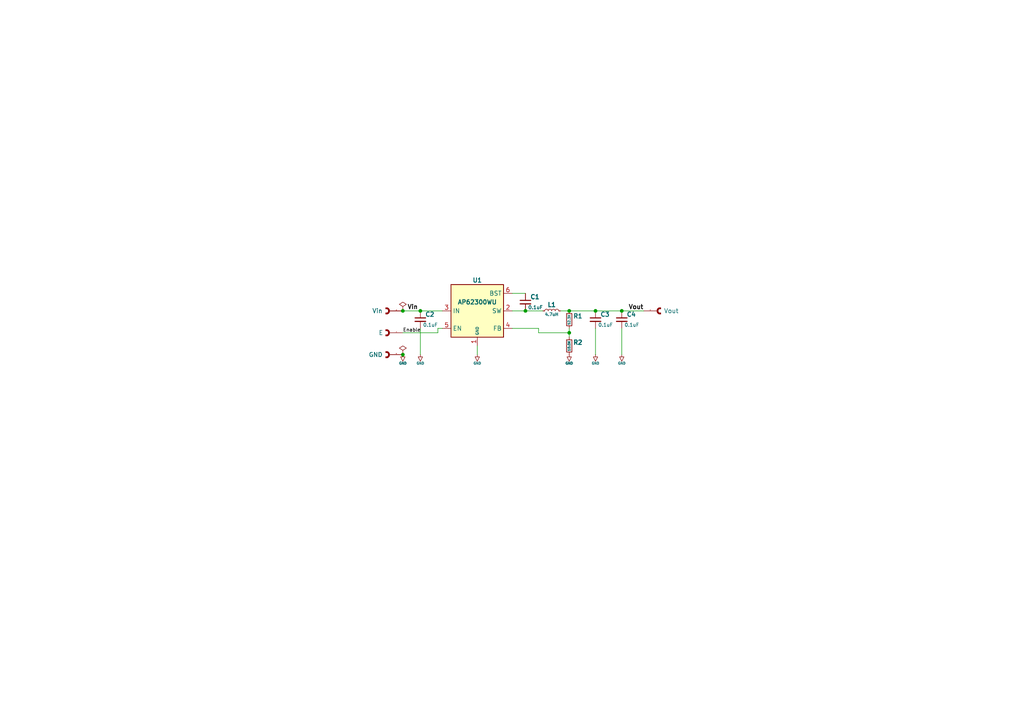
<source format=kicad_sch>
(kicad_sch (version 20250114) (generator "eeschema") (generator_version "9.0")
  (paper "A4")
  (title_block (title "#0131 DC-DC Converter, 3A") (date "2025-07-30") (rev "B") (company "Circuit Monkey") (comment 1 "KiCAD Version of Rev. A"))
  (lib_symbols
    (symbol "CM_Connector_Generic:cast-01" (in_bom no)
      (property "Reference" "CST" (at -5.08 0 0))
      (symbol "cast-01_1_1"
        (polyline (pts (xy -2.5 1) (xy -1.875 1) (xy -1.5 0.75) (xy -1.25 0.375) (xy -1.25 -0.375) (xy -1.5 -0.75) (xy -1.875 -1) (xy -2.5 -1) (xy -2.5 -0.5) (xy -2 -0.5) (xy -1.75 -0.25) (xy -1.75 0.25) (xy -2 0.5) (xy -2.5 0.5) (xy -2.5 1)) (stroke (width -0.0001) (color 194 0 0 1)) (fill (type color) (color 132 0 0 1)))
        (pin passive line (at 2.54 0 180) (length 3.81) (name "") (number "1"))
      )
    )
    (symbol "CM_power:GND" (power) (pin_numbers (hide yes)) (pin_names (offset 0) (hide yes))
      (property "Value" "GND" (at 0 -2.1 0))
      (symbol "GND_0_1"
        (polyline (pts (xy 0 0) (xy 0 -0.635) (xy 0.635 -0.635) (xy 0 -1.905) (xy -0.635 -0.635) (xy 0 -0.635)))
      )
      (symbol "GND_1_1"
        (pin power_in line (at 0 0 270) (length 0) (name "~") (number "1"))
      )
    )
    (symbol "CM_regulator_switching:AP62300WU"
      (property "Reference" "U" (at 0 11.43 0))
      (property "Value" "AP62300WU" (at 0 5.08 0))
      (symbol "AP62300WU_0_1"
        (rectangle (start -7.62 10.16) (end 7.62 -5.08) (stroke (width 0.254)) (fill (type background)))
      )
      (symbol "AP62300WU_1_1"
        (pin power_in line (at -10.16 2.54 0) (length 2.54) (name "IN") (number "3"))
        (pin passive line (at -10.16 -2.54 0) (length 2.54) (name "EN") (number "5"))
        (pin power_in line (at 0 -7.62 90) (length 2.54) (name "GND") (number "1"))
        (pin passive line (at 10.16 7.62 180) (length 2.54) (name "BST") (number "6"))
        (pin output line (at 10.16 2.54 180) (length 2.54) (name "SW") (number "2"))
        (pin input line (at 10.16 -2.54 180) (length 2.54) (name "FB") (number "4"))
      )
    )
    (symbol "Device:C_Small" (pin_numbers (hide yes)) (pin_names (offset 0.254) (hide yes))
      (property "Reference" "C" (at 0.254 1.778 0))
      (property "Value" "C_Small" (at 0.254 -2.032 0))
      (symbol "C_Small_0_1"
        (polyline (pts (xy -1.524 0.508) (xy 1.524 0.508)) (stroke (width 0.3048)))
        (polyline (pts (xy -1.524 -0.508) (xy 1.524 -0.508)) (stroke (width 0.3302)))
      )
      (symbol "C_Small_1_1"
        (pin passive line (at 0 2.54 270) (length 2.032) (name "~") (number "1"))
        (pin passive line (at 0 -2.54 90) (length 2.032) (name "~") (number "2"))
      )
    )
    (symbol "Device:L_Small" (pin_numbers (hide yes)) (pin_names (offset 0.254) (hide yes))
      (property "Reference" "L" (at 0.762 1.016 0))
      (property "Value" "L_Small" (at 0.762 -1.016 0))
      (symbol "L_Small_0_1"
        (arc (start 0 2.032) (mid 0.5058 1.524) (end 0 1.016))
        (arc (start 0 1.016) (mid 0.5058 0.508) (end 0 0))
        (arc (start 0 0) (mid 0.5058 -0.508) (end 0 -1.016))
        (arc (start 0 -1.016) (mid 0.5058 -1.524) (end 0 -2.032))
      )
      (symbol "L_Small_1_1"
        (pin passive line (at 0 2.54 270) (length 0.508) (name "~") (number "1"))
        (pin passive line (at 0 -2.54 90) (length 0.508) (name "~") (number "2"))
      )
    )
    (symbol "Device:R_Small" (pin_numbers (hide yes)) (pin_names (offset 0.254) (hide yes))
      (property "Reference" "R" (at 0 0 90))
      (property "Value" "R_Small" (at 1.778 0 90))
      (symbol "R_Small_0_1"
        (rectangle (start -0.762 1.778) (end 0.762 -1.778) (stroke (width 0.2032)))
      )
      (symbol "R_Small_1_1"
        (pin passive line (at 0 2.54 270) (length 0.762) (name "~") (number "1"))
        (pin passive line (at 0 -2.54 90) (length 0.762) (name "~") (number "2"))
      )
    )
    (symbol "power:PWR_FLAG" (power) (pin_numbers (hide yes)) (pin_names (offset 0) (hide yes))
      (property "Value" "PWR_FLAG" (at 0 3.81 0))
      (symbol "PWR_FLAG_0_0"
        (pin power_out line (at 0 0 90) (length 0) (name "~") (number "1"))
      )
      (symbol "PWR_FLAG_0_1"
        (polyline (pts (xy 0 0) (xy 0 1.27) (xy -1.016 1.905) (xy 0 2.54) (xy 1.016 1.905) (xy 0 1.27)))
      )
    )
  )
  (junction (at 152.4 90.17))
  (junction (at 116.84 90.17))
  (junction (at 165.1 96.52))
  (junction (at 180.34 90.17))
  (junction (at 172.72 90.17))
  (junction (at 116.84 102.87))
  (junction (at 121.92 90.17))
  (junction (at 165.1 90.17))
  (wire (pts (xy 156.21 95.25) (xy 156.21 96.52)))
  (wire (pts (xy 152.4 90.17) (xy 157.48 90.17)))
  (wire (pts (xy 165.1 96.52) (xy 165.1 97.79)))
  (wire (pts (xy 180.34 102.87) (xy 180.34 95.25)))
  (wire (pts (xy 162.56 90.17) (xy 165.1 90.17)))
  (wire (pts (xy 116.84 90.17) (xy 121.92 90.17)))
  (wire (pts (xy 172.72 102.87) (xy 172.72 95.25)))
  (wire (pts (xy 121.92 90.17) (xy 128.27 90.17)))
  (wire (pts (xy 127 95.25) (xy 127 96.52)))
  (wire (pts (xy 116.84 96.52) (xy 127 96.52)))
  (wire (pts (xy 148.59 95.25) (xy 156.21 95.25)))
  (wire (pts (xy 138.43 102.87) (xy 138.43 100.33)))
  (wire (pts (xy 156.21 96.52) (xy 165.1 96.52)))
  (wire (pts (xy 165.1 90.17) (xy 172.72 90.17)))
  (wire (pts (xy 148.59 85.09) (xy 152.4 85.09)))
  (wire (pts (xy 172.72 90.17) (xy 180.34 90.17)))
  (wire (pts (xy 127 95.25) (xy 128.27 95.25)))
  (wire (pts (xy 165.1 95.25) (xy 165.1 96.52)))
  (wire (pts (xy 121.92 102.87) (xy 121.92 95.25)))
  (wire (pts (xy 180.34 90.17) (xy 186.69 90.17)))
  (wire (pts (xy 148.59 90.17) (xy 152.4 90.17)))
  (label "Enable" (at 116.84 96.52 0) (effects (font (size 1 1))))
  (label "Vout" (at 186.69 90.17 180) (effects (font (thickness 0.254) (bold yes))))
  (label "Vin" (at 118.11 90.17 0) (effects (font (thickness 0.254) (bold yes))))
  (symbol (lib_id "CM_power:GND") (at 121.92 102.87 0) (unit 1)
    (property "Reference" "#PWR02" (effects (hide yes)))
    (property "Value" "GND" (at 121.92 104.97 0) (effects (font (size 0.7 0.7)) (justify top)))
    (property "Description" "Power symbol creates a global label with name \"GND\" , ground" (effects (hide yes)))
  )
  (symbol (lib_id "CM_Connector_Generic:cast-01") (at 114.3 90.17 0) (unit 1) (in_bom no)
    (property "Reference" "CST1" (effects (hide yes)))
    (property "Value" "Vin" (at 110.998 90.17 0) (effects (justify right)))
    (property "Footprint" "CM_Connector_Castelated:cast-2.0-01P" (effects (hide yes)))
    (property "Description" "Castelated PCB Edge - 2.0mm - 1P" (effects (hide yes)))
  )
  (symbol (lib_id "Device:C_Small") (at 172.72 92.71 0) (unit 1)
    (property "Reference" "C3" (at 173.99 91.186 0) (effects (font (thickness 0.254) (bold yes)) (justify left)))
    (property "Value" "0.1uF" (at 173.482 94.234 0) (effects (font (size 1 1)) (justify left)))
    (property "Footprint" "CM_Resistor_Capacitor:C_0603_1608Metric" (effects (hide yes)))
    (property "Description" "Unpolarized capacitor, small symbol" (effects (hide yes)))
  )
  (symbol (lib_id "Device:R_Small") (at 165.1 92.71 0) (unit 1)
    (property "Reference" "R1" (at 166.116 91.694 0) (effects (font (thickness 0.254) (bold yes)) (justify left)))
    (property "Value" "52.3K" (at 165.1 92.71 90) (effects (font (size 0.7 0.7))))
    (property "Footprint" "CM_Resistor_Capacitor:R_0603_1608Metric" (effects (hide yes)))
    (property "Description" "Resistor, small symbol" (effects (hide yes)))
  )
  (symbol (lib_id "CM_regulator_switching:AP62300WU") (at 138.43 92.71 0) (unit 1)
    (property "Reference" "U1" (at 138.43 81.28 0) (effects (font (thickness 0.254) (bold yes))))
    (property "Value" "AP62300WU" (at 138.43 87.63 0) (effects (font (thickness 0.254) (bold yes))))
    (property "Footprint" "CM_Chip_Packages:TSOT-23-6" (effects (hide yes)))
    (property "Datasheet" "https://www.diodes.com/assets/Datasheets/AP62300_AP62301_AP62300T.pdf" (effects (hide yes)))
    (property "Description" "3A, 750kHz Buck DC/DC Converter, PFM for light load efficiency, 4.2V-18V input voltage, 0.8V-7V adjustable output voltage, TSOT-23-6" (effects (hide yes)))
  )
  (symbol (lib_id "CM_Connector_Generic:cast-01") (at 114.3 96.52 0) (mirror x) (unit 1) (in_bom no)
    (property "Reference" "CST3" (effects (hide yes)))
    (property "Value" "E" (at 110.49 96.52 0))
    (property "Footprint" "CM_Connector_Castelated:cast-2.0-01P" (effects (hide yes)))
    (property "Description" "Castelated PCB Edge - 2.0mm - 1P" (effects (hide yes)))
  )
  (symbol (lib_id "Device:C_Small") (at 152.4 87.63 0) (unit 1)
    (property "Reference" "C1" (at 153.67 86.106 0) (effects (font (thickness 0.254) (bold yes)) (justify left)))
    (property "Value" "0.1uF" (at 153.162 89.154 0) (effects (font (size 1 1)) (justify left)))
    (property "Footprint" "CM_Resistor_Capacitor:C_0603_1608Metric" (effects (hide yes)))
    (property "Description" "Unpolarized capacitor, small symbol" (effects (hide yes)))
  )
  (symbol (lib_id "Device:C_Small") (at 121.92 92.71 0) (unit 1)
    (property "Reference" "C2" (at 123.19 91.186 0) (effects (font (thickness 0.254) (bold yes)) (justify left)))
    (property "Value" "0.1uF" (at 122.682 94.234 0) (effects (font (size 1 1)) (justify left)))
    (property "Footprint" "CM_Resistor_Capacitor:C_0603_1608Metric" (effects (hide yes)))
    (property "Description" "Unpolarized capacitor, small symbol" (effects (hide yes)))
  )
  (symbol (lib_id "CM_power:GND") (at 172.72 102.87 0) (unit 1)
    (property "Reference" "#PWR05" (effects (hide yes)))
    (property "Value" "GND" (at 172.72 104.97 0) (effects (font (size 0.7 0.7)) (justify top)))
    (property "Description" "Power symbol creates a global label with name \"GND\" , ground" (effects (hide yes)))
  )
  (symbol (lib_id "power:PWR_FLAG") (at 116.84 102.87 0) (unit 1)
    (property "Reference" "#FLG02" (effects (hide yes)))
    (property "Value" "PWR_FLAG" (effects (hide yes)))
    (property "Description" "Special symbol for telling ERC where power comes from" (effects (hide yes)))
  )
  (symbol (lib_id "power:PWR_FLAG") (at 116.84 90.17 0) (unit 1)
    (property "Reference" "#FLG01" (effects (hide yes)))
    (property "Value" "PWR_FLAG" (effects (hide yes)))
    (property "Description" "Special symbol for telling ERC where power comes from" (effects (hide yes)))
  )
  (symbol (lib_id "Device:R_Small") (at 165.1 100.33 0) (unit 1)
    (property "Reference" "R2" (at 166.116 99.314 0) (effects (font (thickness 0.254) (bold yes)) (justify left)))
    (property "Value" "10.0K" (at 165.1 100.33 90) (effects (font (size 0.7 0.7))))
    (property "Footprint" "CM_Resistor_Capacitor:R_0603_1608Metric" (effects (hide yes)))
    (property "Description" "Resistor, small symbol" (effects (hide yes)))
  )
  (symbol (lib_id "CM_power:GND") (at 138.43 102.87 0) (unit 1)
    (property "Reference" "#PWR03" (effects (hide yes)))
    (property "Value" "GND" (at 138.43 104.97 0) (effects (font (size 0.7 0.7)) (justify top)))
    (property "Description" "Power symbol creates a global label with name \"GND\" , ground" (effects (hide yes)))
  )
  (symbol (lib_id "CM_power:GND") (at 165.1 102.87 0) (unit 1)
    (property "Reference" "#PWR04" (effects (hide yes)))
    (property "Value" "GND" (at 165.1 104.97 0) (effects (font (size 0.7 0.7)) (justify top)))
    (property "Description" "Power symbol creates a global label with name \"GND\" , ground" (effects (hide yes)))
  )
  (symbol (lib_id "CM_power:GND") (at 116.84 102.87 0) (unit 1)
    (property "Reference" "#PWR01" (effects (hide yes)))
    (property "Value" "GND" (at 116.84 104.97 0) (effects (font (size 0.7 0.7)) (justify top)))
    (property "Description" "Power symbol creates a global label with name \"GND\" , ground" (effects (hide yes)))
  )
  (symbol (lib_id "Device:L_Small") (at 160.02 90.17 90) (unit 1)
    (property "Reference" "L1" (at 160.02 88.392 90) (effects (font (thickness 0.254) (bold yes))))
    (property "Value" "4.7uH" (at 160.02 91.186 90) (effects (font (size 0.9 0.9))))
    (property "Footprint" "CM_Inductor:SRN5040" (effects (hide yes)))
    (property "Description" "Inductor, small symbol" (effects (hide yes)))
  )
  (symbol (lib_id "CM_power:GND") (at 180.34 102.87 0) (unit 1)
    (property "Reference" "#PWR06" (effects (hide yes)))
    (property "Value" "GND" (at 180.34 104.97 0) (effects (font (size 0.7 0.7)) (justify top)))
    (property "Description" "Power symbol creates a global label with name \"GND\" , ground" (effects (hide yes)))
  )
  (symbol (lib_id "CM_Connector_Generic:cast-01") (at 114.3 102.87 0) (unit 1) (in_bom no)
    (property "Reference" "CST4" (effects (hide yes)))
    (property "Value" "GND" (at 110.998 102.87 0) (effects (justify right)))
    (property "Footprint" "CM_Connector_Castelated:cast-2.0-01P" (effects (hide yes)))
    (property "Description" "Castelated PCB Edge - 2.0mm - 1P" (effects (hide yes)))
  )
  (symbol (lib_id "Device:C_Small") (at 180.34 92.71 0) (unit 1)
    (property "Reference" "C4" (at 181.61 91.186 0) (effects (font (thickness 0.254) (bold yes)) (justify left)))
    (property "Value" "0.1uF" (at 181.102 94.234 0) (effects (font (size 1 1)) (justify left)))
    (property "Footprint" "CM_Resistor_Capacitor:C_0603_1608Metric" (effects (hide yes)))
    (property "Description" "Unpolarized capacitor, small symbol" (effects (hide yes)))
  )
  (symbol (lib_id "CM_Connector_Generic:cast-01") (at 189.23 90.17 0) (mirror y) (unit 1) (in_bom no)
    (property "Reference" "CST2" (effects (hide yes)))
    (property "Value" "Vout" (at 192.532 90.17 0) (effects (justify right)))
    (property "Footprint" "CM_Connector_Castelated:cast-2.0-01P" (effects (hide yes)))
    (property "Description" "Castelated PCB Edge - 2.0mm - 1P" (effects (hide yes)))
  )
)
</source>
